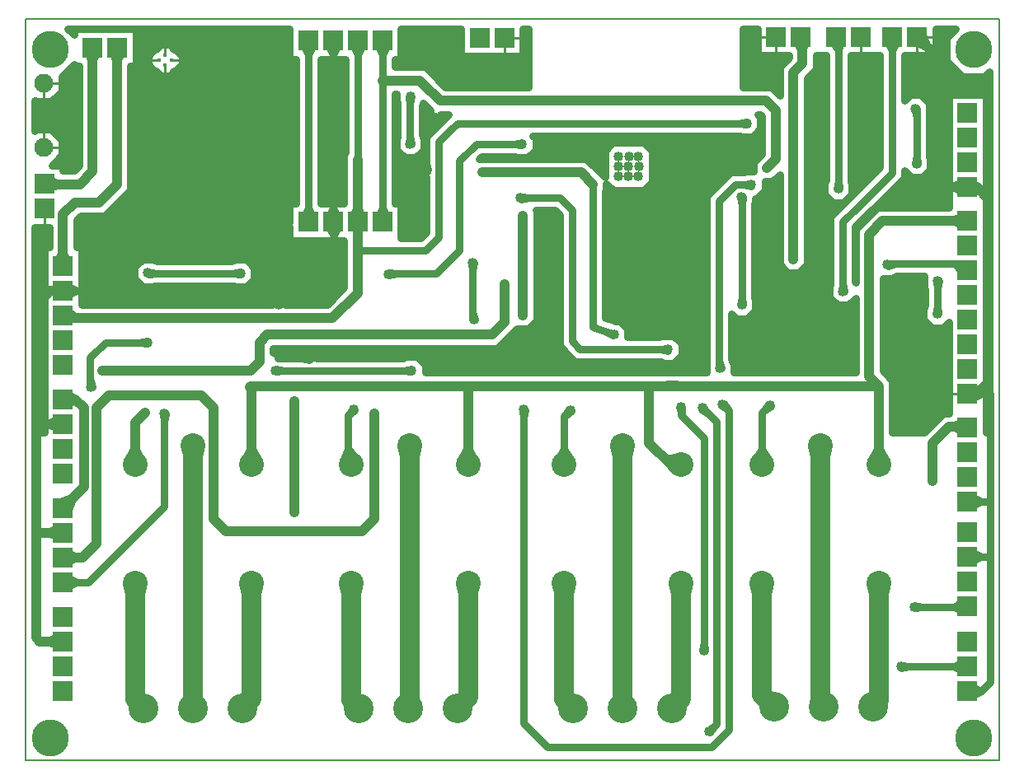
<source format=gbr>
G04 PROTEUS GERBER X2 FILE*
%TF.GenerationSoftware,Labcenter,Proteus,8.9-SP0-Build27865*%
%TF.CreationDate,2021-01-11T14:01:32+00:00*%
%TF.FileFunction,Copper,L2,Bot*%
%TF.FilePolarity,Positive*%
%TF.Part,Single*%
%TF.SameCoordinates,{9f0a7d81-3364-476e-981e-304885b4a122}*%
%FSLAX45Y45*%
%MOMM*%
G01*
%TA.AperFunction,Conductor*%
%ADD13C,1.016000*%
%ADD12C,2.032000*%
%ADD11C,0.762000*%
%ADD10C,0.635000*%
%TA.AperFunction,ViaPad*%
%ADD17C,1.016000*%
%TA.AperFunction,Conductor*%
%ADD16C,0.254000*%
%TA.AperFunction,OtherPad,Unknown*%
%ADD18C,3.810000*%
%TA.AperFunction,ComponentPad*%
%ADD19C,3.048000*%
%TA.AperFunction,ComponentPad*%
%ADD70R,2.032000X2.032000*%
%TA.AperFunction,ComponentPad*%
%ADD24C,2.540000*%
%TA.AperFunction,ComponentPad*%
%ADD73C,0.400000*%
%TA.AperFunction,ComponentPad*%
%ADD33C,1.950000*%
%TA.AperFunction,Profile*%
%ADD36C,0.203200*%
%TD.AperFunction*%
G36*
X+9710000Y+5884000D02*
X+9719596Y+5834115D01*
X+9833898Y+5856102D01*
X+9740051Y+5924958D01*
X+9710000Y+5884000D01*
G37*
G36*
X+9710000Y+5884000D02*
X+9689680Y+5930558D01*
X+9583000Y+5884000D01*
X+9689680Y+5837442D01*
X+9710000Y+5884000D01*
G37*
G36*
X+9710000Y+5536000D02*
X+9689680Y+5582558D01*
X+9583001Y+5536000D01*
X+9689680Y+5489442D01*
X+9710000Y+5536000D01*
G37*
G36*
X+9710000Y+5028000D02*
X+9714416Y+5091346D01*
X+9590284Y+5100000D01*
X+9656115Y+4994406D01*
X+9710000Y+5028000D01*
G37*
G36*
X+9710000Y+3758000D02*
X+9738863Y+3701440D01*
X+9849700Y+3758000D01*
X+9738863Y+3814560D01*
X+9710000Y+3758000D01*
G37*
G36*
X+9710000Y+3758000D02*
X+9743352Y+3719682D01*
X+9831149Y+3796101D01*
X+9715415Y+3808510D01*
X+9710000Y+3758000D01*
G37*
G36*
X+9710000Y+3416000D02*
X+9691674Y+3463379D01*
X+9583115Y+3421389D01*
X+9687723Y+3370346D01*
X+9710000Y+3416000D01*
G37*
G36*
X+9710000Y+2654000D02*
X+9738863Y+2597440D01*
X+9849700Y+2654000D01*
X+9738863Y+2710560D01*
X+9710000Y+2654000D01*
G37*
G36*
X+9190000Y+7430000D02*
X+9171447Y+7382710D01*
X+9279802Y+7340198D01*
X+9237290Y+7448553D01*
X+9190000Y+7430000D01*
G37*
G36*
X+9710000Y+956000D02*
X+9681136Y+1012560D01*
X+9570300Y+955998D01*
X+9681138Y+899439D01*
X+9710000Y+956000D01*
G37*
G36*
X+9710000Y+702000D02*
X+9740361Y+646230D01*
X+9849650Y+705726D01*
X+9737344Y+759310D01*
X+9710000Y+702000D01*
G37*
G36*
X+9710000Y+2088000D02*
X+9738863Y+2031440D01*
X+9849700Y+2088000D01*
X+9738863Y+2144560D01*
X+9710000Y+2088000D01*
G37*
G36*
X+9710000Y+1580000D02*
X+9677162Y+1634349D01*
X+9570659Y+1570000D01*
X+9685260Y+1521519D01*
X+9710000Y+1580000D01*
G37*
G36*
X+9160000Y+1570000D02*
X+9161814Y+1557431D01*
X+9248900Y+1570000D01*
X+9161814Y+1582569D01*
X+9160000Y+1570000D01*
G37*
G36*
X+9024591Y+955990D02*
X+9026405Y+943421D01*
X+9113490Y+955991D01*
X+9026405Y+968559D01*
X+9024591Y+955990D01*
G37*
G36*
X+9400000Y+4580000D02*
X+9412569Y+4581814D01*
X+9400000Y+4668900D01*
X+9387431Y+4581814D01*
X+9400000Y+4580000D01*
G37*
G36*
X+9401576Y+4924318D02*
X+9388977Y+4922727D01*
X+9400000Y+4835432D01*
X+9414111Y+4922282D01*
X+9401576Y+4924318D01*
G37*
G36*
X+9188866Y+6125501D02*
X+9201435Y+6127315D01*
X+9188866Y+6214401D01*
X+9176297Y+6127315D01*
X+9188866Y+6125501D01*
G37*
G36*
X+9176354Y+6694811D02*
X+9164165Y+6691246D01*
X+9188866Y+6606796D01*
X+9189053Y+6694784D01*
X+9176354Y+6694811D01*
G37*
G36*
X+726000Y+7320000D02*
X+679442Y+7299680D01*
X+726000Y+7193000D01*
X+772558Y+7299680D01*
X+726000Y+7320000D01*
G37*
G36*
X+420000Y+5078000D02*
X+466558Y+5098320D01*
X+420000Y+5205000D01*
X+373442Y+5098320D01*
X+420000Y+5078000D01*
G37*
G36*
X+420000Y+4824000D02*
X+448863Y+4767440D01*
X+559700Y+4824000D01*
X+448863Y+4880560D01*
X+420000Y+4824000D01*
G37*
G36*
X+420000Y+4570000D02*
X+428746Y+4519959D01*
X+543405Y+4540000D01*
X+450743Y+4610441D01*
X+420000Y+4570000D01*
G37*
G36*
X+420000Y+1214000D02*
X+399680Y+1260558D01*
X+293000Y+1213999D01*
X+399681Y+1167441D01*
X+420000Y+1214000D01*
G37*
G36*
X+420000Y+2588000D02*
X+467290Y+2569447D01*
X+509802Y+2677802D01*
X+401447Y+2635290D01*
X+420000Y+2588000D01*
G37*
G36*
X+420000Y+2334000D02*
X+399680Y+2380558D01*
X+293000Y+2334000D01*
X+399680Y+2287442D01*
X+420000Y+2334000D01*
G37*
G36*
X+420000Y+2080000D02*
X+440320Y+2033442D01*
X+547000Y+2080000D01*
X+440320Y+2126558D01*
X+420000Y+2080000D01*
G37*
G36*
X+420000Y+1826000D02*
X+448863Y+1769440D01*
X+559700Y+1826000D01*
X+448863Y+1882560D01*
X+420000Y+1826000D01*
G37*
G36*
X+420000Y+3704000D02*
X+439954Y+3657284D01*
X+546996Y+3703004D01*
X+440684Y+3750398D01*
X+420000Y+3704000D01*
G37*
G36*
X+420000Y+3450000D02*
X+399680Y+3496558D01*
X+293000Y+3450000D01*
X+399680Y+3403442D01*
X+420000Y+3450000D01*
G37*
G36*
X+230000Y+5920000D02*
X+248101Y+5872535D01*
X+356858Y+5914009D01*
X+252493Y+5965548D01*
X+230000Y+5920000D01*
G37*
G36*
X+710000Y+3830000D02*
X+722346Y+3832974D01*
X+701741Y+3918515D01*
X+697317Y+3830638D01*
X+710000Y+3830000D01*
G37*
G36*
X+980000Y+7320000D02*
X+932657Y+7301582D01*
X+974858Y+7193105D01*
X+1025698Y+7297812D01*
X+980000Y+7320000D01*
G37*
G36*
X+2360000Y+3030000D02*
X+2425991Y+3068100D01*
X+2360000Y+3182400D01*
X+2294009Y+3068100D01*
X+2360000Y+3030000D01*
G37*
G36*
X+1160000Y+3030000D02*
X+1225991Y+3068100D01*
X+1160000Y+3182400D01*
X+1094009Y+3068100D01*
X+1160000Y+3030000D01*
G37*
G36*
X+1760000Y+3230000D02*
X+1735407Y+3223650D01*
X+1760000Y+3128401D01*
X+1784593Y+3223651D01*
X+1760000Y+3230000D01*
G37*
G36*
X+2360000Y+1810000D02*
X+2335407Y+1803650D01*
X+2360000Y+1708400D01*
X+2384593Y+1803651D01*
X+2360000Y+1810000D01*
G37*
G36*
X+1160000Y+1810000D02*
X+1135407Y+1803650D01*
X+1160000Y+1708400D01*
X+1184593Y+1803651D01*
X+1160000Y+1810000D01*
G37*
G36*
X+4580000Y+3030000D02*
X+4645991Y+3068100D01*
X+4580000Y+3182400D01*
X+4514009Y+3068100D01*
X+4580000Y+3030000D01*
G37*
G36*
X+3380000Y+3030000D02*
X+3444966Y+3090684D01*
X+3350000Y+3192351D01*
X+3297638Y+3063460D01*
X+3380000Y+3030000D01*
G37*
G36*
X+3980000Y+3230000D02*
X+3955407Y+3223650D01*
X+3980000Y+3128400D01*
X+4004593Y+3223651D01*
X+3980000Y+3230000D01*
G37*
G36*
X+4580000Y+1810000D02*
X+4555407Y+1803650D01*
X+4580000Y+1708400D01*
X+4604593Y+1803651D01*
X+4580000Y+1810000D01*
G37*
G36*
X+3380000Y+1810000D02*
X+3355407Y+1803650D01*
X+3380000Y+1708400D01*
X+3404593Y+1803651D01*
X+3380000Y+1810000D01*
G37*
G36*
X+6770000Y+3030000D02*
X+6752324Y+3104121D01*
X+6623941Y+3073505D01*
X+6714648Y+2977632D01*
X+6770000Y+3030000D01*
G37*
G36*
X+5570000Y+3030000D02*
X+5644911Y+3077869D01*
X+5570000Y+3195100D01*
X+5495089Y+3077869D01*
X+5570000Y+3030000D01*
G37*
G36*
X+6170000Y+3230000D02*
X+6145407Y+3223650D01*
X+6170000Y+3128400D01*
X+6194593Y+3223651D01*
X+6170000Y+3230000D01*
G37*
G36*
X+6770000Y+1810000D02*
X+6745407Y+1803650D01*
X+6770000Y+1708400D01*
X+6794593Y+1803651D01*
X+6770000Y+1810000D01*
G37*
G36*
X+5570000Y+1810000D02*
X+5545407Y+1803650D01*
X+5570000Y+1708400D01*
X+5594593Y+1803651D01*
X+5570000Y+1810000D01*
G37*
G36*
X+8800000Y+3030000D02*
X+8865991Y+3068100D01*
X+8800000Y+3182400D01*
X+8734009Y+3068100D01*
X+8800000Y+3030000D01*
G37*
G36*
X+7600000Y+3030000D02*
X+7674911Y+3077869D01*
X+7600000Y+3195100D01*
X+7525089Y+3077869D01*
X+7600000Y+3030000D01*
G37*
G36*
X+8200000Y+3230000D02*
X+8175407Y+3223650D01*
X+8200000Y+3128400D01*
X+8224593Y+3223651D01*
X+8200000Y+3230000D01*
G37*
G36*
X+8800000Y+1810000D02*
X+8775407Y+1803650D01*
X+8800000Y+1708400D01*
X+8824593Y+1803651D01*
X+8800000Y+1810000D01*
G37*
G36*
X+7600000Y+1810000D02*
X+7575407Y+1803650D01*
X+7600000Y+1708401D01*
X+7624593Y+1803651D01*
X+7600000Y+1810000D01*
G37*
G36*
X+2940000Y+5530000D02*
X+2996560Y+5558863D01*
X+2940000Y+5669700D01*
X+2883440Y+5558863D01*
X+2940000Y+5530000D01*
G37*
G36*
X+3194000Y+5530000D02*
X+3139045Y+5498187D01*
X+3201386Y+5390496D01*
X+3252007Y+5504168D01*
X+3194000Y+5530000D01*
G37*
G36*
X+3194000Y+5530000D02*
X+3250560Y+5558863D01*
X+3194000Y+5669700D01*
X+3137440Y+5558863D01*
X+3194000Y+5530000D01*
G37*
G36*
X+3448000Y+5530000D02*
X+3494558Y+5550320D01*
X+3448000Y+5657000D01*
X+3401442Y+5550320D01*
X+3448000Y+5530000D01*
G37*
G36*
X+3702000Y+5530000D02*
X+3758560Y+5558863D01*
X+3702000Y+5669700D01*
X+3645440Y+5558863D01*
X+3702000Y+5530000D01*
G37*
G36*
X+8356000Y+7430000D02*
X+8305742Y+7391189D01*
X+8381796Y+7292703D01*
X+8416918Y+7412077D01*
X+8356000Y+7430000D01*
G37*
G36*
X+8936000Y+7430000D02*
X+8879440Y+7401137D01*
X+8936000Y+7290300D01*
X+8992560Y+7401137D01*
X+8936000Y+7430000D01*
G37*
G36*
X+2940000Y+7390000D02*
X+2883440Y+7361137D01*
X+2940000Y+7250300D01*
X+2996560Y+7361137D01*
X+2940000Y+7390000D01*
G37*
G36*
X+3194000Y+7390000D02*
X+3137440Y+7361137D01*
X+3194000Y+7250300D01*
X+3250560Y+7361137D01*
X+3194000Y+7390000D01*
G37*
G36*
X+3448000Y+7390000D02*
X+3391440Y+7361137D01*
X+3448000Y+7250300D01*
X+3504560Y+7361137D01*
X+3448000Y+7390000D01*
G37*
G36*
X+3702000Y+7390000D02*
X+3645440Y+7361137D01*
X+3702000Y+7250300D01*
X+3758560Y+7361137D01*
X+3702000Y+7390000D01*
G37*
G36*
X+8000000Y+7430000D02*
X+7956227Y+7404222D01*
X+8015292Y+7303925D01*
X+8048666Y+7415435D01*
X+8000000Y+7430000D01*
G37*
G36*
X+3410000Y+3600000D02*
X+3399501Y+3607144D01*
X+3350000Y+3534402D01*
X+3418050Y+3590178D01*
X+3410000Y+3600000D01*
G37*
G36*
X+5630000Y+3590000D02*
X+5619501Y+3597144D01*
X+5570000Y+3524402D01*
X+5638050Y+3580178D01*
X+5630000Y+3590000D01*
G37*
G36*
X+7679296Y+3645021D02*
X+7669125Y+3652626D01*
X+7616434Y+3582159D01*
X+7686901Y+3634850D01*
X+7679296Y+3645021D01*
G37*
G36*
X+3990000Y+6820000D02*
X+3977361Y+6818766D01*
X+3985911Y+6731195D01*
X+4002472Y+6817610D01*
X+3990000Y+6820000D01*
G37*
G36*
X+3985911Y+6327617D02*
X+3998480Y+6329431D01*
X+3985911Y+6416517D01*
X+3973342Y+6329431D01*
X+3985911Y+6327617D01*
G37*
G36*
X+8381796Y+5867433D02*
X+8394365Y+5869247D01*
X+8381796Y+5956333D01*
X+8369227Y+5869247D01*
X+8381796Y+5867433D01*
G37*
G36*
X+8431756Y+4811915D02*
X+8444325Y+4813729D01*
X+8431756Y+4900815D01*
X+8419187Y+4813729D01*
X+8431756Y+4811915D01*
G37*
G36*
X+7053197Y+287109D02*
X+7063368Y+279504D01*
X+7116059Y+349971D01*
X+7045592Y+297280D01*
X+7053197Y+287109D01*
G37*
G36*
X+6989593Y+3613334D02*
X+6981988Y+3603163D01*
X+7052454Y+3550473D01*
X+6999764Y+3620939D01*
X+6989593Y+3613334D01*
G37*
G36*
X+6080000Y+4370000D02*
X+6082601Y+4382430D01*
X+5996480Y+4400454D01*
X+6073990Y+4358813D01*
X+6080000Y+4370000D01*
G37*
G36*
X+7388135Y+5782228D02*
X+7375622Y+5780058D01*
X+7390660Y+5693364D01*
X+7400751Y+5780772D01*
X+7388135Y+5782228D01*
G37*
G36*
X+7390660Y+4673503D02*
X+7403229Y+4675317D01*
X+7390660Y+4762403D01*
X+7378091Y+4675317D01*
X+7390660Y+4673503D01*
G37*
G36*
X+4626667Y+5110741D02*
X+4614098Y+5108927D01*
X+4626667Y+5021841D01*
X+4639236Y+5108927D01*
X+4626667Y+5110741D01*
G37*
G36*
X+4640000Y+4520000D02*
X+4652155Y+4523678D01*
X+4626667Y+4607894D01*
X+4627301Y+4519909D01*
X+4640000Y+4520000D01*
G37*
G36*
X+4000500Y+4000500D02*
X+3998686Y+4013069D01*
X+3911601Y+4000500D01*
X+3998686Y+3987931D01*
X+4000500Y+4000500D01*
G37*
G36*
X+2603500Y+4000500D02*
X+2605314Y+3987931D01*
X+2692399Y+4000500D01*
X+2605314Y+4013069D01*
X+2603500Y+4000500D01*
G37*
G36*
X+1460500Y+3556000D02*
X+1447931Y+3554186D01*
X+1460500Y+3467100D01*
X+1473069Y+3554186D01*
X+1460500Y+3556000D01*
G37*
G36*
X+8885925Y+5090000D02*
X+8889141Y+5077715D01*
X+8974260Y+5100000D01*
X+8886313Y+5102694D01*
X+8885925Y+5090000D01*
G37*
G36*
X+4224748Y+6602565D02*
X+4209982Y+6614600D01*
X+4151020Y+6542260D01*
X+4233616Y+6585706D01*
X+4224748Y+6602565D01*
G37*
G36*
X+4160000Y+6060000D02*
X+4178222Y+6065552D01*
X+4151020Y+6154825D01*
X+4141059Y+6062033D01*
X+4160000Y+6060000D01*
G37*
G36*
X+5135961Y+6329372D02*
X+5134147Y+6341941D01*
X+5047061Y+6329372D01*
X+5134147Y+6316803D01*
X+5135961Y+6329372D01*
G37*
G36*
X+3764049Y+4992411D02*
X+3766415Y+4979934D01*
X+3852862Y+4996331D01*
X+3765307Y+5005048D01*
X+3764049Y+4992411D01*
G37*
G36*
X+1290000Y+4290000D02*
X+1288186Y+4302569D01*
X+1201100Y+4290000D01*
X+1288186Y+4277431D01*
X+1290000Y+4290000D01*
G37*
G36*
X+2954568Y+4122530D02*
X+2952754Y+4135099D01*
X+2865668Y+4122530D01*
X+2952754Y+4109961D01*
X+2954568Y+4122530D01*
G37*
G36*
X+2633149Y+4142129D02*
X+2632148Y+4129469D01*
X+2719861Y+4122530D01*
X+2637689Y+4153989D01*
X+2633149Y+4142129D01*
G37*
G36*
X+2637068Y+4679461D02*
X+2649637Y+4681275D01*
X+2637068Y+4768361D01*
X+2624499Y+4681275D01*
X+2637068Y+4679461D01*
G37*
G36*
X+5121363Y+5775053D02*
X+5123177Y+5762484D01*
X+5210263Y+5775053D01*
X+5123177Y+5787622D01*
X+5121363Y+5775053D01*
G37*
G36*
X+6636046Y+4217769D02*
X+6634548Y+4230380D01*
X+6547174Y+4220000D01*
X+6633917Y+4205249D01*
X+6636046Y+4217769D01*
G37*
G36*
X+6767350Y+3626333D02*
X+6754973Y+3623491D01*
X+6774668Y+3537735D01*
X+6780026Y+3625560D01*
X+6767350Y+3626333D01*
G37*
G36*
X+7003953Y+1120543D02*
X+7016586Y+1121839D01*
X+7007603Y+1209368D01*
X+6991469Y+1122871D01*
X+7003953Y+1120543D01*
G37*
G36*
X+7443994Y+6542489D02*
X+7442180Y+6555058D01*
X+7355094Y+6542489D01*
X+7442180Y+6529920D01*
X+7443994Y+6542489D01*
G37*
G36*
X+5151157Y+3597261D02*
X+5138588Y+3595447D01*
X+5151157Y+3508361D01*
X+5163726Y+3595447D01*
X+5151157Y+3597261D01*
G37*
G36*
X+7194733Y+3654649D02*
X+7187128Y+3644478D01*
X+7257595Y+3591787D01*
X+7204904Y+3662254D01*
X+7194733Y+3654649D01*
G37*
G36*
X+7170000Y+4020000D02*
X+7182285Y+4023216D01*
X+7160000Y+4108335D01*
X+7157306Y+4020388D01*
X+7170000Y+4020000D01*
G37*
G36*
X+7490000Y+5910000D02*
X+7488186Y+5922569D01*
X+7401100Y+5910000D01*
X+7488186Y+5897431D01*
X+7490000Y+5910000D01*
G37*
G36*
X+5200000Y+6912121D02*
X+4350844Y+6912121D01*
X+4143266Y+7119699D01*
X+3828999Y+7119699D01*
X+3828998Y+7199501D01*
X+3892499Y+7199501D01*
X+3892499Y+7512740D01*
X+4509501Y+7512740D01*
X+4509501Y+7229501D01*
X+5144499Y+7229501D01*
X+5144499Y+7512740D01*
X+5200000Y+7512740D01*
X+5200000Y+6912121D01*
G37*
G36*
X+7555501Y+7239501D02*
X+7875593Y+7239501D01*
X+7875593Y+7214804D01*
X+7781034Y+7120245D01*
X+7781034Y+6830467D01*
X+7699380Y+6912121D01*
X+7400000Y+6912121D01*
X+7400000Y+7512740D01*
X+7555501Y+7512740D01*
X+7555501Y+7239501D01*
G37*
G36*
X+535501Y+7129501D02*
X+586301Y+7129501D01*
X+586301Y+6102924D01*
X+537085Y+6053708D01*
X+420499Y+6053708D01*
X+420499Y+6110499D01*
X+306107Y+6110499D01*
X+408399Y+6212791D01*
X+408399Y+6367209D01*
X+299209Y+6476399D01*
X+144791Y+6476399D01*
X+134480Y+6466088D01*
X+134480Y+6773912D01*
X+144791Y+6763601D01*
X+299209Y+6763601D01*
X+408399Y+6872791D01*
X+408399Y+7023269D01*
X+535501Y+7150371D01*
X+535501Y+7129501D01*
G37*
G36*
X+2749501Y+7199501D02*
X+2813001Y+7199501D01*
X+2813001Y+5720499D01*
X+2749501Y+5720499D01*
X+2749501Y+5529297D01*
X+2736215Y+5497221D01*
X+2749501Y+5483935D01*
X+2749501Y+5339501D01*
X+3308301Y+5339501D01*
X+3308301Y+4855865D01*
X+3132135Y+4679699D01*
X+2706918Y+4679699D01*
X+2706918Y+4708394D01*
X+2666001Y+4749311D01*
X+2608135Y+4749311D01*
X+2567218Y+4708394D01*
X+2567218Y+4679699D01*
X+610499Y+4679699D01*
X+610499Y+5268499D01*
X+559699Y+5268499D01*
X+559699Y+5546560D01*
X+602215Y+5589076D01*
X+850952Y+5589076D01*
X+1114557Y+5852681D01*
X+1114557Y+7129501D01*
X+1170499Y+7129501D01*
X+1170499Y+7510499D01*
X+535501Y+7510499D01*
X+535501Y+7449629D01*
X+472390Y+7512740D01*
X+2749501Y+7512740D01*
X+2749501Y+7199501D01*
G37*
%LPC*%
G36*
X+1565107Y+7298899D02*
X+1578107Y+7298899D01*
X+1641899Y+7235107D01*
X+1641899Y+7144893D01*
X+1578107Y+7081101D01*
X+1565107Y+7081101D01*
X+1515107Y+7031101D01*
X+1424893Y+7031101D01*
X+1374893Y+7081101D01*
X+1361893Y+7081101D01*
X+1298101Y+7144893D01*
X+1298101Y+7235107D01*
X+1361893Y+7298899D01*
X+1374893Y+7298899D01*
X+1424893Y+7348899D01*
X+1515107Y+7348899D01*
X+1565107Y+7298899D01*
G37*
G36*
X+1361961Y+5133396D02*
X+1394373Y+5127248D01*
X+2148111Y+5127248D01*
X+2180189Y+5131878D01*
X+2188259Y+5139948D01*
X+2303989Y+5139948D01*
X+2385823Y+5058114D01*
X+2385823Y+4942384D01*
X+2303989Y+4860550D01*
X+2188259Y+4860550D01*
X+2180189Y+4868620D01*
X+2148111Y+4873250D01*
X+1388740Y+4873250D01*
X+1357121Y+4870102D01*
X+1351489Y+4864470D01*
X+1235759Y+4864470D01*
X+1153925Y+4946304D01*
X+1153925Y+5062034D01*
X+1235759Y+5143868D01*
X+1351489Y+5143868D01*
X+1361961Y+5133396D01*
G37*
%LPD*%
G36*
X+2246124Y+5000249D02*
X+2244310Y+5012818D01*
X+2157224Y+5000249D01*
X+2244310Y+4987680D01*
X+2246124Y+5000249D01*
G37*
G36*
X+1293624Y+5004169D02*
X+1294882Y+4991532D01*
X+1382437Y+5000249D01*
X+1295990Y+5016646D01*
X+1293624Y+5004169D01*
G37*
G36*
X+9490601Y+7415731D02*
X+9490601Y+7184269D01*
X+9654269Y+7020601D01*
X+9885731Y+7020601D01*
X+9936360Y+7071230D01*
X+9936360Y+3360000D01*
X+9900499Y+3360000D01*
X+9900499Y+6836499D01*
X+9519501Y+6836499D01*
X+9519501Y+5675699D01*
X+8780135Y+5675699D01*
X+8559801Y+5455365D01*
X+8559801Y+4902681D01*
X+8558755Y+4909928D01*
X+8558755Y+5476434D01*
X+9062998Y+5980677D01*
X+9062998Y+6053805D01*
X+9131001Y+5985802D01*
X+9246731Y+5985802D01*
X+9328565Y+6067636D01*
X+9328565Y+6183366D01*
X+9320495Y+6191436D01*
X+9315865Y+6223514D01*
X+9315865Y+6606998D01*
X+9315928Y+6636821D01*
X+9316053Y+6636946D01*
X+9316053Y+6752676D01*
X+9234219Y+6834510D01*
X+9118489Y+6834510D01*
X+9062999Y+6779020D01*
X+9062999Y+7239501D01*
X+9380499Y+7239501D01*
X+9380499Y+7512740D01*
X+9587610Y+7512740D01*
X+9490601Y+7415731D01*
G37*
G36*
X+9261877Y+4866453D02*
X+9268972Y+4859358D01*
X+9273001Y+4827449D01*
X+9273001Y+4678013D01*
X+9268371Y+4645935D01*
X+9260301Y+4637865D01*
X+9260301Y+4522135D01*
X+9342135Y+4440301D01*
X+9457865Y+4440301D01*
X+9519501Y+4501937D01*
X+9519501Y+3561088D01*
X+9464235Y+3561088D01*
X+9263147Y+3360000D01*
X+8939699Y+3360000D01*
X+8939699Y+3897865D01*
X+8839699Y+3997865D01*
X+8839699Y+4539365D01*
X+8839199Y+4539865D01*
X+8839199Y+4950301D01*
X+8943790Y+4950301D01*
X+8957936Y+4964447D01*
X+8990608Y+4973001D01*
X+9261877Y+4973001D01*
X+9261877Y+4866453D01*
G37*
G36*
X+280301Y+5268499D02*
X+229501Y+5268499D01*
X+229501Y+3360000D01*
X+134480Y+3360000D01*
X+134480Y+5475501D01*
X+280301Y+5475501D01*
X+280301Y+5268499D01*
G37*
G36*
X+7598054Y+6618319D02*
X+7598054Y+6228799D01*
X+7512127Y+6142872D01*
X+7512127Y+6049699D01*
X+7432135Y+6049699D01*
X+7424065Y+6041629D01*
X+7391987Y+6036999D01*
X+7274659Y+6036999D01*
X+7033001Y+5795341D01*
X+7033001Y+4110264D01*
X+7032063Y+4079627D01*
X+7030301Y+4077865D01*
X+7030301Y+3979699D01*
X+6787865Y+3979699D01*
X+6783958Y+3983606D01*
X+6577990Y+3983606D01*
X+6574083Y+3979699D01*
X+4140199Y+3979699D01*
X+4140199Y+4058365D01*
X+4058365Y+4140199D01*
X+3942635Y+4140199D01*
X+3934565Y+4132129D01*
X+3902488Y+4127499D01*
X+3024418Y+4127499D01*
X+3024418Y+4151463D01*
X+2983501Y+4192380D01*
X+2925635Y+4192380D01*
X+2884718Y+4151463D01*
X+2884718Y+4127499D01*
X+2702999Y+4127499D01*
X+2702999Y+4171062D01*
X+2662082Y+4211979D01*
X+2604216Y+4211979D01*
X+2579749Y+4187512D01*
X+2579749Y+4229901D01*
X+4883865Y+4229901D01*
X+5084950Y+4430986D01*
X+5085635Y+4430301D01*
X+5201365Y+4430301D01*
X+5283199Y+4512135D01*
X+5283199Y+5645865D01*
X+5281010Y+5648054D01*
X+5470133Y+5648054D01*
X+5519927Y+5598260D01*
X+5519927Y+4251176D01*
X+5678102Y+4093001D01*
X+6536456Y+4093001D01*
X+6568740Y+4087511D01*
X+6578181Y+4078070D01*
X+6693911Y+4078070D01*
X+6775745Y+4159904D01*
X+6775745Y+4275634D01*
X+6693911Y+4357468D01*
X+6578181Y+4357468D01*
X+6571494Y+4350781D01*
X+6539658Y+4346999D01*
X+6219699Y+4346999D01*
X+6219699Y+4427865D01*
X+6137865Y+4509699D01*
X+6094454Y+4509699D01*
X+6088617Y+4510920D01*
X+5987604Y+4542890D01*
X+5987604Y+5844378D01*
X+6000304Y+5857078D01*
X+6000304Y+5923852D01*
X+6070535Y+5853621D01*
X+6186265Y+5853621D01*
X+6188805Y+5856161D01*
X+6389465Y+5856161D01*
X+6471299Y+5937995D01*
X+6471299Y+6039595D01*
X+6473839Y+6042135D01*
X+6473839Y+6157865D01*
X+6471299Y+6160405D01*
X+6471299Y+6259465D01*
X+6389465Y+6341299D01*
X+6067995Y+6341299D01*
X+5986161Y+6259465D01*
X+5986161Y+6037055D01*
X+5988701Y+6034515D01*
X+5988701Y+5984411D01*
X+5798651Y+6174461D01*
X+4690608Y+6174461D01*
X+4718520Y+6202373D01*
X+5037948Y+6202373D01*
X+5070026Y+6197743D01*
X+5078096Y+6189673D01*
X+5193826Y+6189673D01*
X+5275660Y+6271507D01*
X+5275660Y+6387237D01*
X+5247407Y+6415490D01*
X+7345981Y+6415490D01*
X+7378059Y+6410860D01*
X+7386129Y+6402790D01*
X+7501859Y+6402790D01*
X+7583693Y+6484624D01*
X+7583693Y+6600354D01*
X+7551324Y+6632723D01*
X+7583650Y+6632723D01*
X+7598054Y+6618319D01*
G37*
G36*
X+8809002Y+6085885D02*
X+8304757Y+5581640D01*
X+8304757Y+4909928D01*
X+8300127Y+4877850D01*
X+8292057Y+4869780D01*
X+8292057Y+4754050D01*
X+8373891Y+4672216D01*
X+8489621Y+4672216D01*
X+8559801Y+4742396D01*
X+8559801Y+4424135D01*
X+8560301Y+4423635D01*
X+8560301Y+3979699D01*
X+7309699Y+3979699D01*
X+7309699Y+4077865D01*
X+7295553Y+4092011D01*
X+7286999Y+4124683D01*
X+7286999Y+4579600D01*
X+7332795Y+4533804D01*
X+7448525Y+4533804D01*
X+7530359Y+4615638D01*
X+7530359Y+4731368D01*
X+7522289Y+4739438D01*
X+7517659Y+4771517D01*
X+7517658Y+5686051D01*
X+7521330Y+5717859D01*
X+7527834Y+5724363D01*
X+7527834Y+5770301D01*
X+7547865Y+5770301D01*
X+7629699Y+5852135D01*
X+7629699Y+5945308D01*
X+7709691Y+5945308D01*
X+7781034Y+6016651D01*
X+7781034Y+5087795D01*
X+7862868Y+5005961D01*
X+7978598Y+5005961D01*
X+8060432Y+5087795D01*
X+8060432Y+7004515D01*
X+8154991Y+7099074D01*
X+8154991Y+7239501D01*
X+8254797Y+7239501D01*
X+8254797Y+5965446D01*
X+8250167Y+5933368D01*
X+8242097Y+5925298D01*
X+8242097Y+5809568D01*
X+8323931Y+5727734D01*
X+8439661Y+5727734D01*
X+8521495Y+5809568D01*
X+8521495Y+5925298D01*
X+8513425Y+5933368D01*
X+8508795Y+5965446D01*
X+8508795Y+7239501D01*
X+8809001Y+7239501D01*
X+8809002Y+6085885D01*
G37*
G36*
X+3321002Y+6780000D02*
X+3321001Y+6240565D01*
X+3308301Y+6227865D01*
X+3308301Y+5720499D01*
X+3066999Y+5720499D01*
X+3066999Y+7199501D01*
X+3321001Y+7199501D01*
X+3321002Y+6780000D01*
G37*
G36*
X+3850301Y+6762135D02*
X+3855828Y+6756608D01*
X+3858912Y+6725021D01*
X+3858912Y+6425630D01*
X+3854282Y+6393552D01*
X+3846212Y+6385482D01*
X+3846212Y+6269752D01*
X+3928046Y+6187918D01*
X+4043776Y+6187918D01*
X+4125610Y+6269752D01*
X+4125610Y+6385482D01*
X+4117540Y+6393552D01*
X+4112910Y+6425630D01*
X+4112910Y+6719137D01*
X+4118666Y+6749171D01*
X+4195618Y+6672218D01*
X+4154898Y+6631498D01*
X+4154898Y+6573632D01*
X+4195815Y+6532715D01*
X+4253681Y+6532715D01*
X+4294598Y+6573632D01*
X+4294598Y+6631498D01*
X+4293373Y+6632723D01*
X+4383121Y+6632723D01*
X+4153001Y+6402603D01*
X+4153001Y+6129850D01*
X+4131067Y+6129850D01*
X+4090150Y+6088933D01*
X+4090150Y+6031067D01*
X+4131067Y+5990150D01*
X+4153001Y+5990150D01*
X+4153001Y+5420045D01*
X+4092337Y+5359381D01*
X+3892499Y+5359381D01*
X+3892499Y+5720499D01*
X+3828999Y+5720499D01*
X+3828999Y+6840301D01*
X+3850301Y+6840301D01*
X+3850301Y+6762135D01*
G37*
D13*
X+1265783Y+3569295D02*
X+1160000Y+3463512D01*
X+1160000Y+3030000D01*
D12*
X+1760000Y+3230000D02*
X+1760000Y+2450000D01*
X+1760000Y+840000D02*
X+1760000Y+2450000D01*
X+1758000Y+530000D02*
X+1760000Y+532000D01*
X+1760000Y+840000D01*
X+1160000Y+1810000D02*
X+1160000Y+1390000D01*
X+1160000Y+850000D02*
X+1160000Y+1390000D01*
X+1250000Y+530000D02*
X+1160000Y+620000D01*
X+1160000Y+850000D01*
X+2266000Y+530000D02*
X+2360000Y+624000D01*
X+2360000Y+820000D01*
X+2360000Y+1810000D02*
X+2360000Y+1390000D01*
X+2360000Y+820000D01*
D11*
X+3410000Y+3600000D02*
X+3350000Y+3540000D01*
X+3350000Y+3030000D01*
X+3380000Y+3030000D01*
D12*
X+3980000Y+3230000D02*
X+3980000Y+2420000D01*
X+3980000Y+820000D02*
X+3980000Y+2420000D01*
X+3968000Y+530000D02*
X+3980000Y+542000D01*
X+3980000Y+820000D01*
X+3460000Y+530000D02*
X+3380000Y+610000D01*
X+3380000Y+820000D01*
X+3380000Y+1810000D02*
X+3380000Y+1410000D01*
X+3380000Y+820000D01*
X+4476000Y+530000D02*
X+4580000Y+634000D01*
X+4580000Y+810000D01*
X+4580000Y+1810000D02*
X+4580000Y+1390000D01*
X+4580000Y+810000D01*
D11*
X+5630000Y+3590000D02*
X+5570000Y+3530000D01*
X+5570000Y+3030000D01*
D12*
X+6168000Y+530000D02*
X+6170000Y+532000D01*
X+6170000Y+820000D01*
X+6170000Y+3230000D02*
X+6170000Y+2390000D01*
X+6170000Y+820000D01*
X+5570000Y+1810000D02*
X+5570000Y+1410000D01*
X+5570000Y+800000D02*
X+5570000Y+1410000D01*
X+5660000Y+530000D02*
X+5570000Y+620000D01*
X+5570000Y+800000D01*
X+6676000Y+530000D02*
X+6770000Y+624000D01*
X+6770000Y+810000D01*
X+6770000Y+1810000D02*
X+6770000Y+1410000D01*
X+6770000Y+810000D01*
D11*
X+7679296Y+3645021D02*
X+7600000Y+3565725D01*
X+7600000Y+3030000D01*
D12*
X+8232000Y+540000D02*
X+8200000Y+572000D01*
X+8200000Y+830000D01*
X+8200000Y+3230000D02*
X+8200000Y+2410000D01*
X+8200000Y+830000D01*
X+7600000Y+1810000D02*
X+7600000Y+1420000D01*
X+7600000Y+820000D02*
X+7600000Y+1420000D01*
X+7724000Y+540000D02*
X+7600000Y+664000D01*
X+7600000Y+820000D01*
X+8800000Y+1810000D02*
X+8800000Y+820000D01*
X+8740000Y+540000D02*
X+8800000Y+600000D01*
X+8800000Y+820000D01*
D13*
X+7920733Y+5145660D02*
X+7920733Y+7062380D01*
X+8015292Y+7156939D01*
X+8015292Y+7414708D01*
X+8000000Y+7430000D01*
D11*
X+3985911Y+6327617D02*
X+3985911Y+6815911D01*
X+3990000Y+6820000D01*
D13*
X+9710000Y+3416000D02*
X+9704611Y+3421389D01*
X+9522100Y+3421389D01*
X+9350440Y+3249729D01*
X+9350440Y+2865674D01*
X+420000Y+2588000D02*
X+635000Y+2803000D01*
X+635000Y+3615000D01*
X+546000Y+3704000D01*
X+420000Y+3704000D01*
X+980000Y+7320000D02*
X+974858Y+7314858D01*
X+974858Y+5910546D01*
X+793087Y+5728775D01*
X+544350Y+5728775D01*
X+420000Y+5604425D01*
X+420000Y+5078000D01*
X+6441627Y+3840000D02*
X+6730000Y+3840000D01*
X+8800000Y+3840000D02*
X+6730000Y+3840000D01*
X+6635855Y+3843907D02*
X+6726093Y+3843907D01*
X+6730000Y+3840000D01*
X+4596908Y+3840000D02*
X+4594114Y+3837206D01*
X+4581073Y+3837206D01*
X+4476559Y+3837206D02*
X+4581073Y+3837206D01*
X+4581073Y+3754862D01*
X+4580000Y+3753789D01*
X+4580000Y+3030000D01*
X+4596908Y+3840000D02*
X+2348256Y+3840000D01*
X+6441627Y+3840000D02*
X+4596908Y+3840000D01*
X+2340939Y+3832683D02*
X+2348256Y+3840000D01*
X+2360000Y+3828256D01*
X+2360000Y+3030000D01*
X+6441627Y+3840000D02*
X+6441627Y+3255819D01*
X+6667446Y+3030000D01*
X+6770000Y+3030000D01*
D11*
X+2940000Y+5530000D02*
X+2925500Y+5505500D01*
X+2940000Y+7390000D02*
X+2940000Y+5530000D01*
X+2940000Y+5520000D01*
X+2925500Y+5505500D01*
D13*
X+8789671Y+3850329D02*
X+8700000Y+3940000D01*
X+8700000Y+4481500D01*
X+8699500Y+4482000D01*
X+8699500Y+5397500D01*
X+8838000Y+5536000D01*
X+9710000Y+5536000D01*
X+8789671Y+3850329D02*
X+8794898Y+3845102D01*
X+8800000Y+3840000D02*
X+8794898Y+3845102D01*
X+2925500Y+5505500D02*
X+2906465Y+5524535D01*
X+2940000Y+5530000D02*
X+2901000Y+5530000D01*
X+2906465Y+5524535D01*
X+8800000Y+3840000D02*
X+8800000Y+3030000D01*
D11*
X+8381796Y+5867433D02*
X+8381796Y+7404204D01*
X+8356000Y+7430000D01*
X+8431756Y+4811915D02*
X+8431756Y+5529037D01*
X+8584434Y+5681715D01*
X+8936000Y+6033281D01*
X+8936000Y+7430000D01*
D13*
X+5143500Y+4570000D02*
X+5143500Y+5588000D01*
X+3619500Y+3556000D02*
X+3619500Y+2476500D01*
X+3492500Y+2349500D01*
X+2095500Y+2349500D01*
X+1968500Y+2476500D01*
X+1968500Y+3619500D01*
X+1841500Y+3746500D01*
X+889000Y+3746500D01*
X+762000Y+3619500D01*
X+762000Y+2222500D01*
X+619500Y+2080000D01*
X+420000Y+2080000D01*
X+9710000Y+5884000D02*
X+9525000Y+5884000D01*
X+9398000Y+6011000D01*
X+9398000Y+7222000D01*
X+9190000Y+7430000D01*
X+390000Y+4824000D02*
X+290000Y+4824000D01*
X+145124Y+4679124D01*
X+145124Y+3446234D01*
D11*
X+420000Y+4824000D02*
X+390000Y+4824000D01*
X+3194000Y+5530000D02*
X+3194000Y+7390000D01*
D13*
X+420000Y+3450000D02*
X+148890Y+3450000D01*
X+145124Y+3446234D01*
X+145124Y+2330000D01*
D11*
X+9939598Y+2090000D02*
X+9937598Y+2088000D01*
X+9710000Y+2088000D01*
X+9939598Y+2090000D02*
X+9939598Y+795674D01*
X+9849548Y+705624D01*
X+9713624Y+705624D01*
X+9710000Y+702000D01*
X+9939598Y+2650000D02*
X+9935598Y+2654000D01*
X+9710000Y+2654000D01*
X+9939598Y+2090000D02*
X+9939598Y+2650000D01*
X+9710000Y+3758000D02*
X+9937598Y+3758000D01*
X+9939598Y+3760000D01*
X+9939598Y+2650000D02*
X+9939598Y+3760000D01*
D13*
X+145124Y+2330000D02*
X+149124Y+2334000D01*
X+420000Y+2334000D01*
X+9710000Y+5884000D02*
X+9806000Y+5884000D01*
X+9930000Y+5760000D01*
X+9930000Y+3880453D01*
X+9845648Y+3796101D01*
X+9748101Y+3796101D01*
X+9710000Y+3758000D01*
D11*
X+9160000Y+1570000D02*
X+9700000Y+1570000D01*
X+9710000Y+1580000D01*
X+6989593Y+3613334D02*
X+7130000Y+3472927D01*
X+7130000Y+363912D01*
X+7053197Y+287109D01*
X+6080000Y+4370000D02*
X+5860605Y+4450000D01*
X+5860605Y+5914943D01*
D13*
X+4727503Y+6034762D02*
X+5740786Y+6034762D01*
X+5860605Y+5914943D01*
X+825500Y+4000500D02*
X+2352716Y+4000500D01*
X+2440050Y+4087834D01*
X+2440050Y+4290050D01*
X+2519600Y+4369600D01*
X+4826000Y+4369600D01*
X+4953000Y+4496600D01*
X+4953000Y+4889500D01*
D11*
X+7390660Y+4673503D02*
X+7390660Y+5779703D01*
X+7388135Y+5782228D01*
X+4640000Y+4520000D02*
X+4626667Y+4533333D01*
X+4626667Y+5110741D01*
X+2603500Y+4000500D02*
X+4000500Y+4000500D01*
X+1460500Y+3556000D02*
X+1460500Y+2603500D01*
X+683000Y+1826000D01*
X+420000Y+1826000D01*
D13*
X+7651826Y+6085007D02*
X+7737753Y+6170934D01*
X+7737753Y+6274046D01*
X+7737753Y+6676184D01*
X+7641515Y+6772422D01*
X+4292979Y+6772422D01*
X+4119476Y+6945925D01*
X+4085401Y+6980000D01*
X+3702000Y+6980000D01*
D11*
X+3702000Y+5530000D02*
X+3703093Y+5506244D01*
X+3702000Y+5507337D01*
X+3702000Y+6980000D01*
X+3702000Y+7390000D01*
X+8885925Y+5090000D02*
X+8946259Y+5100000D01*
X+9681667Y+5100000D01*
X+9732592Y+5049075D01*
X+9710000Y+5028000D01*
X+5135961Y+6329372D02*
X+4665917Y+6329372D01*
X+4493123Y+6156578D01*
X+4493123Y+6144817D01*
X+4493123Y+5235436D01*
X+4254018Y+4996331D01*
X+3767969Y+4996331D01*
X+3764049Y+4992411D01*
X+2246124Y+5000249D02*
X+1297544Y+5000249D01*
X+1293624Y+5004169D01*
X+1290000Y+4290000D02*
X+857756Y+4290000D01*
X+717420Y+4149664D01*
X+701741Y+4133985D01*
X+701741Y+3838259D01*
X+710000Y+3830000D01*
X+2954568Y+4122530D02*
X+2652748Y+4122530D01*
X+2633149Y+4142129D01*
X+2637068Y+4679461D02*
X+2637068Y+4821068D01*
X+2640000Y+4824000D01*
X+3194000Y+5530000D02*
X+3201386Y+5522614D01*
X+3201386Y+4936245D01*
X+3089141Y+4824000D01*
X+2640000Y+4824000D01*
X+420000Y+4824000D01*
D13*
X+2794000Y+3683000D02*
X+2794000Y+2540000D01*
X+145124Y+2330000D02*
X+145124Y+1253518D01*
X+184645Y+1213997D01*
X+420000Y+1214000D01*
D11*
X+5121363Y+5775053D02*
X+5522736Y+5775053D01*
X+5646925Y+5650864D01*
X+5646925Y+4303780D01*
X+5730705Y+4220000D01*
X+6633815Y+4220000D01*
X+6636046Y+4217769D01*
X+6767350Y+3626333D02*
X+6767350Y+3545053D01*
X+7007603Y+3304800D01*
X+7007603Y+1124193D01*
X+7003953Y+1120543D01*
X+9024591Y+955990D02*
X+9710000Y+956000D01*
X+9400000Y+4580000D02*
X+9400000Y+4922742D01*
X+9401576Y+4924318D01*
X+9188866Y+6125501D02*
X+9188866Y+6682299D01*
X+9176354Y+6694811D01*
D13*
X+3448000Y+5487406D02*
X+3448000Y+5530000D01*
X+3448000Y+6170000D01*
D11*
X+3448000Y+7390000D02*
X+3448000Y+6170000D01*
D10*
X+4224748Y+6602565D02*
X+4151020Y+6602565D01*
X+4151020Y+6068980D01*
X+4160000Y+6060000D01*
D11*
X+7443994Y+6542489D02*
X+4472489Y+6542489D01*
X+4410000Y+6480000D01*
X+4280000Y+6350000D01*
X+4280000Y+5367442D01*
X+4144940Y+5232382D01*
X+3448000Y+5232382D01*
D13*
X+3448000Y+5260000D02*
X+3448000Y+5232382D01*
X+3448000Y+4798000D01*
X+3190000Y+4540000D01*
X+450000Y+4540000D01*
X+420000Y+4570000D01*
X+3448000Y+5487406D02*
X+3448000Y+5260000D01*
D11*
X+5151157Y+3597261D02*
X+5151157Y+374055D01*
X+5400070Y+125142D01*
X+7081701Y+125142D01*
X+7260000Y+303441D01*
X+7260000Y+3589382D01*
X+7194733Y+3654649D01*
X+7170000Y+4020000D02*
X+7160000Y+4020000D01*
X+7160000Y+5742738D01*
X+7327263Y+5910001D01*
X+7490000Y+5910000D01*
D13*
X+726000Y+7320000D02*
X+726000Y+6045059D01*
X+594950Y+5914009D01*
X+235991Y+5914009D01*
X+230000Y+5920000D01*
X+9710000Y+5884000D02*
X+9719596Y+5834115D01*
X+9833898Y+5856102D01*
X+9740051Y+5924958D01*
X+9710000Y+5884000D01*
X+9689680Y+5930558D01*
X+9583000Y+5884000D01*
X+9689680Y+5837442D01*
X+9710000Y+5884000D01*
X+9710000Y+5536000D02*
X+9689680Y+5582558D01*
X+9583001Y+5536000D01*
X+9689680Y+5489442D01*
X+9710000Y+5536000D01*
D11*
X+9710000Y+5028000D02*
X+9714416Y+5091346D01*
X+9590284Y+5100000D01*
X+9656115Y+4994406D01*
X+9710000Y+5028000D01*
X+9710000Y+3758000D02*
X+9738863Y+3701440D01*
X+9849700Y+3758000D01*
X+9738863Y+3814560D01*
X+9710000Y+3758000D01*
D13*
X+9743352Y+3719682D01*
X+9831149Y+3796101D01*
X+9715415Y+3808510D01*
X+9710000Y+3758000D01*
X+9710000Y+3416000D02*
X+9691674Y+3463379D01*
X+9583115Y+3421389D01*
X+9687723Y+3370346D01*
X+9710000Y+3416000D01*
D11*
X+9710000Y+2654000D02*
X+9738863Y+2597440D01*
X+9849700Y+2654000D01*
X+9738863Y+2710560D01*
X+9710000Y+2654000D01*
D13*
X+9190000Y+7430000D02*
X+9171447Y+7382710D01*
X+9279802Y+7340198D01*
X+9237290Y+7448553D01*
X+9190000Y+7430000D01*
D11*
X+9710000Y+956000D02*
X+9681136Y+1012560D01*
X+9570300Y+955998D01*
X+9681138Y+899439D01*
X+9710000Y+956000D01*
X+9710000Y+702000D02*
X+9740361Y+646230D01*
X+9849650Y+705726D01*
X+9737344Y+759310D01*
X+9710000Y+702000D01*
X+9710000Y+2088000D02*
X+9738863Y+2031440D01*
X+9849700Y+2088000D01*
X+9738863Y+2144560D01*
X+9710000Y+2088000D01*
X+9710000Y+1580000D02*
X+9677162Y+1634349D01*
X+9570659Y+1570000D01*
X+9685260Y+1521519D01*
X+9710000Y+1580000D01*
D13*
X+9350440Y+2865674D02*
X+9350440Y+2865674D01*
X+9350440Y+2865674D01*
D11*
X+9160000Y+1570000D02*
X+9161814Y+1557431D01*
X+9248900Y+1570000D01*
X+9161814Y+1582569D01*
X+9160000Y+1570000D01*
X+9024591Y+955990D02*
X+9026405Y+943421D01*
X+9113490Y+955991D01*
X+9026405Y+968559D01*
X+9024591Y+955990D01*
X+9400000Y+4580000D02*
X+9412569Y+4581814D01*
X+9400000Y+4668900D01*
X+9387431Y+4581814D01*
X+9400000Y+4580000D01*
X+9401576Y+4924318D02*
X+9388977Y+4922727D01*
X+9400000Y+4835432D01*
X+9414111Y+4922282D01*
X+9401576Y+4924318D01*
X+9188866Y+6125501D02*
X+9201435Y+6127315D01*
X+9188866Y+6214401D01*
X+9176297Y+6127315D01*
X+9188866Y+6125501D01*
X+9176354Y+6694811D02*
X+9164165Y+6691246D01*
X+9188866Y+6606796D01*
X+9189053Y+6694784D01*
X+9176354Y+6694811D01*
D13*
X+726000Y+7320000D02*
X+679442Y+7299680D01*
X+726000Y+7193000D01*
X+772558Y+7299680D01*
X+726000Y+7320000D01*
X+420000Y+5078000D02*
X+466558Y+5098320D01*
X+420000Y+5205000D01*
X+373442Y+5098320D01*
X+420000Y+5078000D01*
D11*
X+420000Y+4824000D02*
X+448863Y+4767440D01*
X+559700Y+4824000D01*
X+448863Y+4880560D01*
X+420000Y+4824000D01*
D13*
X+420000Y+4570000D02*
X+428746Y+4519959D01*
X+543405Y+4540000D01*
X+450743Y+4610441D01*
X+420000Y+4570000D01*
X+420000Y+1214000D02*
X+399680Y+1260558D01*
X+293000Y+1213999D01*
X+399681Y+1167441D01*
X+420000Y+1214000D01*
X+420000Y+2588000D02*
X+467290Y+2569447D01*
X+509802Y+2677802D01*
X+401447Y+2635290D01*
X+420000Y+2588000D01*
X+420000Y+2334000D02*
X+399680Y+2380558D01*
X+293000Y+2334000D01*
X+399680Y+2287442D01*
X+420000Y+2334000D01*
X+420000Y+2080000D02*
X+440320Y+2033442D01*
X+547000Y+2080000D01*
X+440320Y+2126558D01*
X+420000Y+2080000D01*
D11*
X+420000Y+1826000D02*
X+448863Y+1769440D01*
X+559700Y+1826000D01*
X+448863Y+1882560D01*
X+420000Y+1826000D01*
D13*
X+420000Y+3704000D02*
X+439954Y+3657284D01*
X+546996Y+3703004D01*
X+440684Y+3750398D01*
X+420000Y+3704000D01*
X+420000Y+3450000D02*
X+399680Y+3496558D01*
X+293000Y+3450000D01*
X+399680Y+3403442D01*
X+420000Y+3450000D01*
X+230000Y+5920000D02*
X+248101Y+5872535D01*
X+356858Y+5914009D01*
X+252493Y+5965548D01*
X+230000Y+5920000D01*
X+825500Y+4000500D02*
X+825500Y+4000500D01*
X+825500Y+4000500D01*
D11*
X+710000Y+3830000D02*
X+722346Y+3832974D01*
X+701741Y+3918515D01*
X+697317Y+3830638D01*
X+710000Y+3830000D01*
D13*
X+980000Y+7320000D02*
X+932657Y+7301582D01*
X+974858Y+7193105D01*
X+1025698Y+7297812D01*
X+980000Y+7320000D01*
X+2360000Y+3030000D02*
X+2425991Y+3068100D01*
X+2360000Y+3182400D01*
X+2294009Y+3068100D01*
X+2360000Y+3030000D01*
X+1160000Y+3030000D02*
X+1225991Y+3068100D01*
X+1160000Y+3182400D01*
X+1094009Y+3068100D01*
X+1160000Y+3030000D01*
D12*
X+1760000Y+3230000D02*
X+1735407Y+3223650D01*
X+1760000Y+3128401D01*
X+1784593Y+3223651D01*
X+1760000Y+3230000D01*
X+2360000Y+1810000D02*
X+2335407Y+1803650D01*
X+2360000Y+1708400D01*
X+2384593Y+1803651D01*
X+2360000Y+1810000D01*
X+1160000Y+1810000D02*
X+1135407Y+1803650D01*
X+1160000Y+1708400D01*
X+1184593Y+1803651D01*
X+1160000Y+1810000D01*
D13*
X+4580000Y+3030000D02*
X+4645991Y+3068100D01*
X+4580000Y+3182400D01*
X+4514009Y+3068100D01*
X+4580000Y+3030000D01*
D11*
X+3380000Y+3030000D02*
X+3444966Y+3090684D01*
X+3350000Y+3192351D01*
X+3297638Y+3063460D01*
X+3380000Y+3030000D01*
D12*
X+3980000Y+3230000D02*
X+3955407Y+3223650D01*
X+3980000Y+3128400D01*
X+4004593Y+3223651D01*
X+3980000Y+3230000D01*
X+4580000Y+1810000D02*
X+4555407Y+1803650D01*
X+4580000Y+1708400D01*
X+4604593Y+1803651D01*
X+4580000Y+1810000D01*
X+3380000Y+1810000D02*
X+3355407Y+1803650D01*
X+3380000Y+1708400D01*
X+3404593Y+1803651D01*
X+3380000Y+1810000D01*
D13*
X+6770000Y+3030000D02*
X+6752324Y+3104121D01*
X+6623941Y+3073505D01*
X+6714648Y+2977632D01*
X+6770000Y+3030000D01*
D11*
X+5570000Y+3030000D02*
X+5644911Y+3077869D01*
X+5570000Y+3195100D01*
X+5495089Y+3077869D01*
X+5570000Y+3030000D01*
D12*
X+6170000Y+3230000D02*
X+6145407Y+3223650D01*
X+6170000Y+3128400D01*
X+6194593Y+3223651D01*
X+6170000Y+3230000D01*
X+6770000Y+1810000D02*
X+6745407Y+1803650D01*
X+6770000Y+1708400D01*
X+6794593Y+1803651D01*
X+6770000Y+1810000D01*
X+5570000Y+1810000D02*
X+5545407Y+1803650D01*
X+5570000Y+1708400D01*
X+5594593Y+1803651D01*
X+5570000Y+1810000D01*
D13*
X+8800000Y+3030000D02*
X+8865991Y+3068100D01*
X+8800000Y+3182400D01*
X+8734009Y+3068100D01*
X+8800000Y+3030000D01*
D11*
X+7600000Y+3030000D02*
X+7674911Y+3077869D01*
X+7600000Y+3195100D01*
X+7525089Y+3077869D01*
X+7600000Y+3030000D01*
D12*
X+8200000Y+3230000D02*
X+8175407Y+3223650D01*
X+8200000Y+3128400D01*
X+8224593Y+3223651D01*
X+8200000Y+3230000D01*
X+8800000Y+1810000D02*
X+8775407Y+1803650D01*
X+8800000Y+1708400D01*
X+8824593Y+1803651D01*
X+8800000Y+1810000D01*
X+7600000Y+1810000D02*
X+7575407Y+1803650D01*
X+7600000Y+1708401D01*
X+7624593Y+1803651D01*
X+7600000Y+1810000D01*
D11*
X+2940000Y+5530000D02*
X+2996560Y+5558863D01*
X+2940000Y+5669700D01*
X+2883440Y+5558863D01*
X+2940000Y+5530000D01*
X+3194000Y+5530000D02*
X+3139045Y+5498187D01*
X+3201386Y+5390496D01*
X+3252007Y+5504168D01*
X+3194000Y+5530000D01*
X+3250560Y+5558863D01*
X+3194000Y+5669700D01*
X+3137440Y+5558863D01*
X+3194000Y+5530000D01*
D13*
X+3448000Y+5530000D02*
X+3494558Y+5550320D01*
X+3448000Y+5657000D01*
X+3401442Y+5550320D01*
X+3448000Y+5530000D01*
D11*
X+3702000Y+5530000D02*
X+3758560Y+5558863D01*
X+3702000Y+5669700D01*
X+3645440Y+5558863D01*
X+3702000Y+5530000D01*
X+8356000Y+7430000D02*
X+8305742Y+7391189D01*
X+8381796Y+7292703D01*
X+8416918Y+7412077D01*
X+8356000Y+7430000D01*
X+8936000Y+7430000D02*
X+8879440Y+7401137D01*
X+8936000Y+7290300D01*
X+8992560Y+7401137D01*
X+8936000Y+7430000D01*
X+2940000Y+7390000D02*
X+2883440Y+7361137D01*
X+2940000Y+7250300D01*
X+2996560Y+7361137D01*
X+2940000Y+7390000D01*
X+3194000Y+7390000D02*
X+3137440Y+7361137D01*
X+3194000Y+7250300D01*
X+3250560Y+7361137D01*
X+3194000Y+7390000D01*
X+3448000Y+7390000D02*
X+3391440Y+7361137D01*
X+3448000Y+7250300D01*
X+3504560Y+7361137D01*
X+3448000Y+7390000D01*
X+3702000Y+7390000D02*
X+3645440Y+7361137D01*
X+3702000Y+7250300D01*
X+3758560Y+7361137D01*
X+3702000Y+7390000D01*
D13*
X+8000000Y+7430000D02*
X+7956227Y+7404222D01*
X+8015292Y+7303925D01*
X+8048666Y+7415435D01*
X+8000000Y+7430000D01*
X+1265783Y+3569295D02*
X+1265783Y+3569295D01*
X+1265783Y+3569295D01*
D11*
X+3410000Y+3600000D02*
X+3399501Y+3607144D01*
X+3350000Y+3534402D01*
X+3418050Y+3590178D01*
X+3410000Y+3600000D01*
X+5630000Y+3590000D02*
X+5619501Y+3597144D01*
X+5570000Y+3524402D01*
X+5638050Y+3580178D01*
X+5630000Y+3590000D01*
X+7679296Y+3645021D02*
X+7669125Y+3652626D01*
X+7616434Y+3582159D01*
X+7686901Y+3634850D01*
X+7679296Y+3645021D01*
D13*
X+7920733Y+5145660D02*
X+7920733Y+5145660D01*
X+7920733Y+5145660D01*
D11*
X+3990000Y+6820000D02*
X+3977361Y+6818766D01*
X+3985911Y+6731195D01*
X+4002472Y+6817610D01*
X+3990000Y+6820000D01*
X+3985911Y+6327617D02*
X+3998480Y+6329431D01*
X+3985911Y+6416517D01*
X+3973342Y+6329431D01*
X+3985911Y+6327617D01*
D13*
X+6635855Y+3843907D02*
X+6635855Y+3843907D01*
X+6635855Y+3843907D01*
X+4476559Y+3837206D02*
X+4476559Y+3837206D01*
X+4476559Y+3837206D01*
X+8800000Y+3840000D02*
X+8800000Y+3840000D01*
X+8800000Y+3840000D01*
X+8800000Y+3840000D01*
X+8800000Y+3840000D01*
D11*
X+8381796Y+5867433D02*
X+8394365Y+5869247D01*
X+8381796Y+5956333D01*
X+8369227Y+5869247D01*
X+8381796Y+5867433D01*
X+8431756Y+4811915D02*
X+8444325Y+4813729D01*
X+8431756Y+4900815D01*
X+8419187Y+4813729D01*
X+8431756Y+4811915D01*
D13*
X+5143500Y+5588000D02*
X+5143500Y+5588000D01*
X+5143500Y+5588000D01*
X+5143500Y+4570000D02*
X+5143500Y+4570000D01*
X+5143500Y+4570000D01*
X+3619500Y+3556000D02*
X+3619500Y+3556000D01*
X+3619500Y+3556000D01*
D11*
X+7053197Y+287109D02*
X+7063368Y+279504D01*
X+7116059Y+349971D01*
X+7045592Y+297280D01*
X+7053197Y+287109D01*
X+6989593Y+3613334D02*
X+6981988Y+3603163D01*
X+7052454Y+3550473D01*
X+6999764Y+3620939D01*
X+6989593Y+3613334D01*
X+6080000Y+4370000D02*
X+6082601Y+4382430D01*
X+5996480Y+4400454D01*
X+6073990Y+4358813D01*
X+6080000Y+4370000D01*
D13*
X+4727503Y+6034762D02*
X+4727503Y+6034762D01*
X+4727503Y+6034762D01*
X+4953000Y+4889500D02*
X+4953000Y+4889500D01*
X+4953000Y+4889500D01*
D11*
X+7388135Y+5782228D02*
X+7375622Y+5780058D01*
X+7390660Y+5693364D01*
X+7400751Y+5780772D01*
X+7388135Y+5782228D01*
X+7390660Y+4673503D02*
X+7403229Y+4675317D01*
X+7390660Y+4762403D01*
X+7378091Y+4675317D01*
X+7390660Y+4673503D01*
X+4626667Y+5110741D02*
X+4614098Y+5108927D01*
X+4626667Y+5021841D01*
X+4639236Y+5108927D01*
X+4626667Y+5110741D01*
X+4640000Y+4520000D02*
X+4652155Y+4523678D01*
X+4626667Y+4607894D01*
X+4627301Y+4519909D01*
X+4640000Y+4520000D01*
X+4000500Y+4000500D02*
X+3998686Y+4013069D01*
X+3911601Y+4000500D01*
X+3998686Y+3987931D01*
X+4000500Y+4000500D01*
X+2603500Y+4000500D02*
X+2605314Y+3987931D01*
X+2692399Y+4000500D01*
X+2605314Y+4013069D01*
X+2603500Y+4000500D01*
X+1460500Y+3556000D02*
X+1447931Y+3554186D01*
X+1460500Y+3467100D01*
X+1473069Y+3554186D01*
X+1460500Y+3556000D01*
D13*
X+7651826Y+6085007D02*
X+7651826Y+6085007D01*
X+7651826Y+6085007D01*
D11*
X+8885925Y+5090000D02*
X+8889141Y+5077715D01*
X+8974260Y+5100000D01*
X+8886313Y+5102694D01*
X+8885925Y+5090000D01*
D10*
X+4224748Y+6602565D02*
X+4209982Y+6614600D01*
X+4151020Y+6542260D01*
X+4233616Y+6585706D01*
X+4224748Y+6602565D01*
X+4160000Y+6060000D02*
X+4178222Y+6065552D01*
X+4151020Y+6154825D01*
X+4141059Y+6062033D01*
X+4160000Y+6060000D01*
D11*
X+5135961Y+6329372D02*
X+5134147Y+6341941D01*
X+5047061Y+6329372D01*
X+5134147Y+6316803D01*
X+5135961Y+6329372D01*
X+3764049Y+4992411D02*
X+3766415Y+4979934D01*
X+3852862Y+4996331D01*
X+3765307Y+5005048D01*
X+3764049Y+4992411D01*
X+2246124Y+5000249D02*
X+2244310Y+5012818D01*
X+2157224Y+5000249D01*
X+2244310Y+4987680D01*
X+2246124Y+5000249D01*
X+1293624Y+5004169D02*
X+1294882Y+4991532D01*
X+1382437Y+5000249D01*
X+1295990Y+5016646D01*
X+1293624Y+5004169D01*
X+1290000Y+4290000D02*
X+1288186Y+4302569D01*
X+1201100Y+4290000D01*
X+1288186Y+4277431D01*
X+1290000Y+4290000D01*
X+2954568Y+4122530D02*
X+2952754Y+4135099D01*
X+2865668Y+4122530D01*
X+2952754Y+4109961D01*
X+2954568Y+4122530D01*
X+2633149Y+4142129D02*
X+2632148Y+4129469D01*
X+2719861Y+4122530D01*
X+2637689Y+4153989D01*
X+2633149Y+4142129D01*
X+2637068Y+4679461D02*
X+2649637Y+4681275D01*
X+2637068Y+4768361D01*
X+2624499Y+4681275D01*
X+2637068Y+4679461D01*
D13*
X+2794000Y+3683000D02*
X+2794000Y+3683000D01*
X+2794000Y+3683000D01*
X+2794000Y+2540000D02*
X+2794000Y+2540000D01*
X+2794000Y+2540000D01*
D11*
X+5121363Y+5775053D02*
X+5123177Y+5762484D01*
X+5210263Y+5775053D01*
X+5123177Y+5787622D01*
X+5121363Y+5775053D01*
X+6636046Y+4217769D02*
X+6634548Y+4230380D01*
X+6547174Y+4220000D01*
X+6633917Y+4205249D01*
X+6636046Y+4217769D01*
X+6767350Y+3626333D02*
X+6754973Y+3623491D01*
X+6774668Y+3537735D01*
X+6780026Y+3625560D01*
X+6767350Y+3626333D01*
X+7003953Y+1120543D02*
X+7016586Y+1121839D01*
X+7007603Y+1209368D01*
X+6991469Y+1122871D01*
X+7003953Y+1120543D01*
X+7443994Y+6542489D02*
X+7442180Y+6555058D01*
X+7355094Y+6542489D01*
X+7442180Y+6529920D01*
X+7443994Y+6542489D01*
X+5151157Y+3597261D02*
X+5138588Y+3595447D01*
X+5151157Y+3508361D01*
X+5163726Y+3595447D01*
X+5151157Y+3597261D01*
X+7194733Y+3654649D02*
X+7187128Y+3644478D01*
X+7257595Y+3591787D01*
X+7204904Y+3662254D01*
X+7194733Y+3654649D01*
X+7170000Y+4020000D02*
X+7182285Y+4023216D01*
X+7160000Y+4108335D01*
X+7157306Y+4020388D01*
X+7170000Y+4020000D01*
X+7490000Y+5910000D02*
X+7488186Y+5922569D01*
X+7401100Y+5910000D01*
X+7488186Y+5897431D01*
X+7490000Y+5910000D01*
D17*
X+1265783Y+3569295D03*
X+1760000Y+2450000D03*
X+1760000Y+840000D03*
X+1160000Y+1390000D03*
X+1160000Y+850000D03*
X+2360000Y+820000D03*
X+2360000Y+1390000D03*
X+3410000Y+3600000D03*
X+3980000Y+2420000D03*
X+3980000Y+820000D03*
X+3380000Y+820000D03*
X+3380000Y+1410000D03*
X+4580000Y+810000D03*
X+4580000Y+1390000D03*
X+5630000Y+3590000D03*
X+6170000Y+820000D03*
X+6170000Y+2390000D03*
X+5570000Y+1410000D03*
X+5570000Y+800000D03*
X+6770000Y+810000D03*
X+6770000Y+1410000D03*
X+7679296Y+3645021D03*
X+8200000Y+830000D03*
X+8200000Y+2410000D03*
X+7600000Y+1420000D03*
X+7600000Y+820000D03*
X+8800000Y+820000D03*
X+7920733Y+5145660D03*
X+3990000Y+6820000D03*
X+3985911Y+6327617D03*
X+9350440Y+2865674D03*
X+6635855Y+3843907D03*
X+4476559Y+3837206D03*
X+2340939Y+3832683D03*
X+8800000Y+3840000D03*
X+8381796Y+5867433D03*
X+8431756Y+4811915D03*
X+5143500Y+5588000D03*
X+5143500Y+4570000D03*
X+3619500Y+3556000D03*
X+9160000Y+1570000D03*
X+7053197Y+287109D03*
X+6989593Y+3613334D03*
X+6080000Y+4370000D03*
X+4727503Y+6034762D03*
X+4953000Y+4889500D03*
X+825500Y+4000500D03*
X+7388135Y+5782228D03*
X+7390660Y+4673503D03*
X+4626667Y+5110741D03*
X+4640000Y+4520000D03*
X+4000500Y+4000500D03*
X+2603500Y+4000500D03*
X+1460500Y+3556000D03*
X+7651826Y+6085007D03*
X+8885925Y+5090000D03*
X+4224748Y+6602565D03*
X+4160000Y+6060000D03*
X+5135961Y+6329372D03*
X+3764049Y+4992411D03*
X+2246124Y+5000249D03*
X+1293624Y+5004169D03*
X+1290000Y+4290000D03*
X+710000Y+3830000D03*
X+2954568Y+4122530D03*
X+2633149Y+4142129D03*
X+2637068Y+4679461D03*
X+2794000Y+3683000D03*
X+2794000Y+2540000D03*
X+5121363Y+5775053D03*
X+6636046Y+4217769D03*
X+6767350Y+3626333D03*
X+7003953Y+1120543D03*
X+9024591Y+955990D03*
X+9400000Y+4580000D03*
X+9401576Y+4924318D03*
X+9188866Y+6125501D03*
X+9176354Y+6694811D03*
X+7443994Y+6542489D03*
X+5151157Y+3597261D03*
X+7194733Y+3654649D03*
X+7170000Y+4020000D03*
X+7490000Y+5910000D03*
D11*
X+5200000Y+6912121D02*
X+4350844Y+6912121D01*
X+4143266Y+7119699D01*
X+3828999Y+7119699D01*
X+3828998Y+7199501D01*
X+3892499Y+7199501D01*
X+3892499Y+7512740D01*
X+4509501Y+7512740D01*
X+4509501Y+7229501D01*
X+5144499Y+7229501D01*
X+5144499Y+7512740D01*
X+5200000Y+7512740D01*
X+5200000Y+6912121D01*
X+7555501Y+7239501D02*
X+7875593Y+7239501D01*
X+7875593Y+7214804D01*
X+7781034Y+7120245D01*
X+7781034Y+6830467D01*
X+7699380Y+6912121D01*
X+7400000Y+6912121D01*
X+7400000Y+7512740D01*
X+7555501Y+7512740D01*
X+7555501Y+7239501D01*
X+535501Y+7129501D02*
X+586301Y+7129501D01*
X+586301Y+6102924D01*
X+537085Y+6053708D01*
X+420499Y+6053708D01*
X+420499Y+6110499D01*
X+306107Y+6110499D01*
X+408399Y+6212791D01*
X+408399Y+6367209D01*
X+299209Y+6476399D01*
X+144791Y+6476399D01*
X+134480Y+6466088D01*
X+134480Y+6773912D01*
X+144791Y+6763601D01*
X+299209Y+6763601D01*
X+408399Y+6872791D01*
X+408399Y+7023269D01*
X+535501Y+7150371D01*
X+535501Y+7129501D01*
X+2749501Y+7199501D02*
X+2813001Y+7199501D01*
X+2813001Y+5720499D01*
X+2749501Y+5720499D01*
X+2749501Y+5529297D01*
X+2736215Y+5497221D01*
X+2749501Y+5483935D01*
X+2749501Y+5339501D01*
X+3308301Y+5339501D01*
X+3308301Y+4855865D01*
X+3132135Y+4679699D01*
X+2706918Y+4679699D01*
X+2706918Y+4708394D01*
X+2666001Y+4749311D01*
X+2608135Y+4749311D01*
X+2567218Y+4708394D01*
X+2567218Y+4679699D01*
X+610499Y+4679699D01*
X+610499Y+5268499D01*
X+559699Y+5268499D01*
X+559699Y+5546560D01*
X+602215Y+5589076D01*
X+850952Y+5589076D01*
X+1114557Y+5852681D01*
X+1114557Y+7129501D01*
X+1170499Y+7129501D01*
X+1170499Y+7510499D01*
X+535501Y+7510499D01*
X+535501Y+7449629D01*
X+472390Y+7512740D01*
X+2749501Y+7512740D01*
X+2749501Y+7199501D01*
X+1565107Y+7298899D02*
X+1578107Y+7298899D01*
X+1641899Y+7235107D01*
X+1641899Y+7144893D01*
X+1578107Y+7081101D01*
X+1565107Y+7081101D01*
X+1515107Y+7031101D01*
X+1424893Y+7031101D01*
X+1374893Y+7081101D01*
X+1361893Y+7081101D01*
X+1298101Y+7144893D01*
X+1298101Y+7235107D01*
X+1361893Y+7298899D01*
X+1374893Y+7298899D01*
X+1424893Y+7348899D01*
X+1515107Y+7348899D01*
X+1565107Y+7298899D01*
X+1361961Y+5133396D02*
X+1394373Y+5127248D01*
X+2148111Y+5127248D01*
X+2180189Y+5131878D01*
X+2188259Y+5139948D01*
X+2303989Y+5139948D01*
X+2385823Y+5058114D01*
X+2385823Y+4942384D01*
X+2303989Y+4860550D01*
X+2188259Y+4860550D01*
X+2180189Y+4868620D01*
X+2148111Y+4873250D01*
X+1388740Y+4873250D01*
X+1357121Y+4870102D01*
X+1351489Y+4864470D01*
X+1235759Y+4864470D01*
X+1153925Y+4946304D01*
X+1153925Y+5062034D01*
X+1235759Y+5143868D01*
X+1351489Y+5143868D01*
X+1361961Y+5133396D01*
X+9490601Y+7415731D02*
X+9490601Y+7184269D01*
X+9654269Y+7020601D01*
X+9885731Y+7020601D01*
X+9936360Y+7071230D01*
X+9936360Y+3360000D01*
X+9900499Y+3360000D01*
X+9900499Y+6836499D01*
X+9519501Y+6836499D01*
X+9519501Y+5675699D01*
X+8780135Y+5675699D01*
X+8559801Y+5455365D01*
X+8559801Y+4902681D01*
X+8558755Y+4909928D01*
X+8558755Y+5476434D01*
X+9062998Y+5980677D01*
X+9062998Y+6053805D01*
X+9131001Y+5985802D01*
X+9246731Y+5985802D01*
X+9328565Y+6067636D01*
X+9328565Y+6183366D01*
X+9320495Y+6191436D01*
X+9315865Y+6223514D01*
X+9315865Y+6606998D01*
X+9315928Y+6636821D01*
X+9316053Y+6636946D01*
X+9316053Y+6752676D01*
X+9234219Y+6834510D01*
X+9118489Y+6834510D01*
X+9062999Y+6779020D01*
X+9062999Y+7239501D01*
X+9380499Y+7239501D01*
X+9380499Y+7512740D01*
X+9587610Y+7512740D01*
X+9490601Y+7415731D01*
X+9261877Y+4866453D02*
X+9268972Y+4859358D01*
X+9273001Y+4827449D01*
X+9273001Y+4678013D01*
X+9268371Y+4645935D01*
X+9260301Y+4637865D01*
X+9260301Y+4522135D01*
X+9342135Y+4440301D01*
X+9457865Y+4440301D01*
X+9519501Y+4501937D01*
X+9519501Y+3561088D01*
X+9464235Y+3561088D01*
X+9263147Y+3360000D01*
X+8939699Y+3360000D01*
X+8939699Y+3897865D01*
X+8839699Y+3997865D01*
X+8839699Y+4539365D01*
X+8839199Y+4539865D01*
X+8839199Y+4950301D01*
X+8943790Y+4950301D01*
X+8957936Y+4964447D01*
X+8990608Y+4973001D01*
X+9261877Y+4973001D01*
X+9261877Y+4866453D01*
X+280301Y+5268499D02*
X+229501Y+5268499D01*
X+229501Y+3360000D01*
X+134480Y+3360000D01*
X+134480Y+5475501D01*
X+280301Y+5475501D01*
X+280301Y+5268499D01*
X+7598054Y+6618319D02*
X+7598054Y+6228799D01*
X+7512127Y+6142872D01*
X+7512127Y+6049699D01*
X+7432135Y+6049699D01*
X+7424065Y+6041629D01*
X+7391987Y+6036999D01*
X+7274659Y+6036999D01*
X+7033001Y+5795341D01*
X+7033001Y+4110264D01*
X+7032063Y+4079627D01*
X+7030301Y+4077865D01*
X+7030301Y+3979699D01*
X+6787865Y+3979699D01*
X+6783958Y+3983606D01*
X+6577990Y+3983606D01*
X+6574083Y+3979699D01*
X+4140199Y+3979699D01*
X+4140199Y+4058365D01*
X+4058365Y+4140199D01*
X+3942635Y+4140199D01*
X+3934565Y+4132129D01*
X+3902488Y+4127499D01*
X+3024418Y+4127499D01*
X+3024418Y+4151463D01*
X+2983501Y+4192380D01*
X+2925635Y+4192380D01*
X+2884718Y+4151463D01*
X+2884718Y+4127499D01*
X+2702999Y+4127499D01*
X+2702999Y+4171062D01*
X+2662082Y+4211979D01*
X+2604216Y+4211979D01*
X+2579749Y+4187512D01*
X+2579749Y+4229901D01*
X+4883865Y+4229901D01*
X+5084950Y+4430986D01*
X+5085635Y+4430301D01*
X+5201365Y+4430301D01*
X+5283199Y+4512135D01*
X+5283199Y+5645865D01*
X+5281010Y+5648054D01*
X+5470133Y+5648054D01*
X+5519927Y+5598260D01*
X+5519927Y+4251176D01*
X+5678102Y+4093001D01*
X+6536456Y+4093001D01*
X+6568740Y+4087511D01*
X+6578181Y+4078070D01*
X+6693911Y+4078070D01*
X+6775745Y+4159904D01*
X+6775745Y+4275634D01*
X+6693911Y+4357468D01*
X+6578181Y+4357468D01*
X+6571494Y+4350781D01*
X+6539658Y+4346999D01*
X+6219699Y+4346999D01*
X+6219699Y+4427865D01*
X+6137865Y+4509699D01*
X+6094454Y+4509699D01*
X+6088617Y+4510920D01*
X+5987604Y+4542890D01*
X+5987604Y+5844378D01*
X+6000304Y+5857078D01*
X+6000304Y+5923852D01*
X+6070535Y+5853621D01*
X+6186265Y+5853621D01*
X+6188805Y+5856161D01*
X+6389465Y+5856161D01*
X+6471299Y+5937995D01*
X+6471299Y+6039595D01*
X+6473839Y+6042135D01*
X+6473839Y+6157865D01*
X+6471299Y+6160405D01*
X+6471299Y+6259465D01*
X+6389465Y+6341299D01*
X+6067995Y+6341299D01*
X+5986161Y+6259465D01*
X+5986161Y+6037055D01*
X+5988701Y+6034515D01*
X+5988701Y+5984411D01*
X+5798651Y+6174461D01*
X+4690608Y+6174461D01*
X+4718520Y+6202373D01*
X+5037948Y+6202373D01*
X+5070026Y+6197743D01*
X+5078096Y+6189673D01*
X+5193826Y+6189673D01*
X+5275660Y+6271507D01*
X+5275660Y+6387237D01*
X+5247407Y+6415490D01*
X+7345981Y+6415490D01*
X+7378059Y+6410860D01*
X+7386129Y+6402790D01*
X+7501859Y+6402790D01*
X+7583693Y+6484624D01*
X+7583693Y+6600354D01*
X+7551324Y+6632723D01*
X+7583650Y+6632723D01*
X+7598054Y+6618319D01*
X+8809002Y+6085885D02*
X+8304757Y+5581640D01*
X+8304757Y+4909928D01*
X+8300127Y+4877850D01*
X+8292057Y+4869780D01*
X+8292057Y+4754050D01*
X+8373891Y+4672216D01*
X+8489621Y+4672216D01*
X+8559801Y+4742396D01*
X+8559801Y+4424135D01*
X+8560301Y+4423635D01*
X+8560301Y+3979699D01*
X+7309699Y+3979699D01*
X+7309699Y+4077865D01*
X+7295553Y+4092011D01*
X+7286999Y+4124683D01*
X+7286999Y+4579600D01*
X+7332795Y+4533804D01*
X+7448525Y+4533804D01*
X+7530359Y+4615638D01*
X+7530359Y+4731368D01*
X+7522289Y+4739438D01*
X+7517659Y+4771517D01*
X+7517658Y+5686051D01*
X+7521330Y+5717859D01*
X+7527834Y+5724363D01*
X+7527834Y+5770301D01*
X+7547865Y+5770301D01*
X+7629699Y+5852135D01*
X+7629699Y+5945308D01*
X+7709691Y+5945308D01*
X+7781034Y+6016651D01*
X+7781034Y+5087795D01*
X+7862868Y+5005961D01*
X+7978598Y+5005961D01*
X+8060432Y+5087795D01*
X+8060432Y+7004515D01*
X+8154991Y+7099074D01*
X+8154991Y+7239501D01*
X+8254797Y+7239501D01*
X+8254797Y+5965446D01*
X+8250167Y+5933368D01*
X+8242097Y+5925298D01*
X+8242097Y+5809568D01*
X+8323931Y+5727734D01*
X+8439661Y+5727734D01*
X+8521495Y+5809568D01*
X+8521495Y+5925298D01*
X+8513425Y+5933368D01*
X+8508795Y+5965446D01*
X+8508795Y+7239501D01*
X+8809001Y+7239501D01*
X+8809002Y+6085885D01*
X+3321002Y+6780000D02*
X+3321001Y+6240565D01*
X+3308301Y+6227865D01*
X+3308301Y+5720499D01*
X+3066999Y+5720499D01*
X+3066999Y+7199501D01*
X+3321001Y+7199501D01*
X+3321002Y+6780000D01*
X+3850301Y+6762135D02*
X+3855828Y+6756608D01*
X+3858912Y+6725021D01*
X+3858912Y+6425630D01*
X+3854282Y+6393552D01*
X+3846212Y+6385482D01*
X+3846212Y+6269752D01*
X+3928046Y+6187918D01*
X+4043776Y+6187918D01*
X+4125610Y+6269752D01*
X+4125610Y+6385482D01*
X+4117540Y+6393552D01*
X+4112910Y+6425630D01*
X+4112910Y+6719137D01*
X+4118666Y+6749171D01*
X+4195618Y+6672218D01*
X+4154898Y+6631498D01*
X+4154898Y+6573632D01*
X+4195815Y+6532715D01*
X+4253681Y+6532715D01*
X+4294598Y+6573632D01*
X+4294598Y+6631498D01*
X+4293373Y+6632723D01*
X+4383121Y+6632723D01*
X+4153001Y+6402603D01*
X+4153001Y+6129850D01*
X+4131067Y+6129850D01*
X+4090150Y+6088933D01*
X+4090150Y+6031067D01*
X+4131067Y+5990150D01*
X+4153001Y+5990150D01*
X+4153001Y+5420045D01*
X+4092337Y+5359381D01*
X+3892499Y+5359381D01*
X+3892499Y+5720499D01*
X+3828999Y+5720499D01*
X+3828999Y+6840301D01*
X+3850301Y+6840301D01*
X+3850301Y+6762135D01*
D16*
X+9519501Y+5884000D02*
X+9710000Y+5884000D01*
X+9900499Y+5884000D02*
X+9710000Y+5884000D01*
X+9519501Y+3758000D02*
X+9710000Y+3758000D01*
X+9900499Y+3758000D02*
X+9710000Y+3758000D01*
X+3194000Y+5339501D02*
X+3194000Y+5530000D01*
X+3194000Y+5720499D02*
X+3194000Y+5530000D01*
X+8610000Y+7239501D02*
X+8610000Y+7430000D01*
X+229501Y+4824000D02*
X+420000Y+4824000D01*
X+610499Y+4824000D02*
X+420000Y+4824000D01*
X+9380499Y+7430000D02*
X+9190000Y+7430000D01*
X+9190000Y+7239501D02*
X+9190000Y+7430000D01*
X+229501Y+3450000D02*
X+420000Y+3450000D01*
X+3194000Y+7199501D02*
X+3194000Y+7390000D01*
X+7555501Y+7430000D02*
X+7746000Y+7430000D01*
X+7746000Y+7239501D02*
X+7746000Y+7430000D01*
X+1298101Y+7190000D02*
X+1407000Y+7190000D01*
X+1470000Y+7348899D02*
X+1470000Y+7240000D01*
X+1470000Y+7031101D02*
X+1470000Y+7140000D01*
X+1641899Y+7190000D02*
X+1533000Y+7190000D01*
X+5144499Y+7420000D02*
X+4954000Y+7420000D01*
X+4954000Y+7229501D02*
X+4954000Y+7420000D01*
X+230000Y+5475501D02*
X+230000Y+5666000D01*
X+222000Y+6763601D02*
X+222000Y+6950000D01*
X+408399Y+6950000D02*
X+222000Y+6950000D01*
X+222000Y+6476399D02*
X+222000Y+6290000D01*
X+408399Y+6290000D02*
X+222000Y+6290000D01*
D18*
X+290000Y+7300000D03*
D19*
X+7724000Y+540000D03*
X+8232000Y+540000D03*
X+8740000Y+540000D03*
D70*
X+980000Y+7320000D03*
X+726000Y+7320000D03*
D17*
X+6125860Y+6201600D03*
X+6232540Y+6201600D03*
X+6331600Y+6201600D03*
X+6334140Y+6100000D03*
X+6230000Y+6100000D03*
X+6125860Y+6094920D03*
X+6128400Y+5993320D03*
X+6230000Y+5995860D03*
X+6331600Y+5995860D03*
D19*
X+1250000Y+530000D03*
X+1758000Y+530000D03*
X+2266000Y+530000D03*
X+3460000Y+530000D03*
X+3968000Y+530000D03*
X+4476000Y+530000D03*
X+5660000Y+530000D03*
X+6168000Y+530000D03*
X+6676000Y+530000D03*
D18*
X+9770000Y+7300000D03*
D70*
X+9710000Y+6646000D03*
X+9710000Y+6392000D03*
X+9710000Y+6138000D03*
X+9710000Y+5884000D03*
D18*
X+290000Y+220000D03*
X+9770000Y+220000D03*
D24*
X+2360000Y+3030000D03*
X+1160000Y+3030000D03*
X+1760000Y+3230000D03*
X+2360000Y+1810000D03*
X+1160000Y+1810000D03*
X+4580000Y+3030000D03*
X+3380000Y+3030000D03*
X+3980000Y+3230000D03*
X+4580000Y+1810000D03*
X+3380000Y+1810000D03*
X+6770000Y+3030000D03*
X+5570000Y+3030000D03*
X+6170000Y+3230000D03*
X+6770000Y+1810000D03*
X+5570000Y+1810000D03*
X+8800000Y+3030000D03*
X+7600000Y+3030000D03*
X+8200000Y+3230000D03*
X+8800000Y+1810000D03*
X+7600000Y+1810000D03*
D70*
X+9710000Y+5536000D03*
X+9710000Y+5282000D03*
X+9710000Y+5028000D03*
X+9710000Y+4774000D03*
X+9710000Y+4520000D03*
X+9710000Y+4266000D03*
X+9710000Y+4012000D03*
X+9710000Y+3758000D03*
X+2940000Y+5530000D03*
X+3194000Y+5530000D03*
X+3448000Y+5530000D03*
X+3702000Y+5530000D03*
X+8610000Y+7430000D03*
X+8356000Y+7430000D03*
X+420000Y+5078000D03*
X+420000Y+4824000D03*
X+420000Y+4570000D03*
X+420000Y+4316000D03*
X+420000Y+4062000D03*
X+9710000Y+3416000D03*
X+9710000Y+3162000D03*
X+9710000Y+2908000D03*
X+9710000Y+2654000D03*
X+9190000Y+7430000D03*
X+8936000Y+7430000D03*
X+420000Y+1468000D03*
X+420000Y+1214000D03*
X+420000Y+960000D03*
X+420000Y+706000D03*
X+420000Y+2588000D03*
X+420000Y+2334000D03*
X+420000Y+2080000D03*
X+420000Y+1826000D03*
X+420000Y+3704000D03*
X+420000Y+3450000D03*
X+420000Y+3196000D03*
X+420000Y+2942000D03*
X+2940000Y+7390000D03*
X+3194000Y+7390000D03*
X+3448000Y+7390000D03*
X+3702000Y+7390000D03*
X+9710000Y+1210000D03*
X+9710000Y+956000D03*
X+9710000Y+702000D03*
X+9710000Y+2342000D03*
X+9710000Y+2088000D03*
X+9710000Y+1834000D03*
X+9710000Y+1580000D03*
X+8000000Y+7430000D03*
X+7746000Y+7430000D03*
D73*
X+1407000Y+7190000D03*
X+1470000Y+7240000D03*
X+1470000Y+7140000D03*
X+1533000Y+7190000D03*
D70*
X+4700000Y+7420000D03*
X+4954000Y+7420000D03*
X+230000Y+5920000D03*
X+230000Y+5666000D03*
D33*
X+222000Y+6950000D03*
X+222000Y+6290000D03*
D36*
X+35420Y-8200D02*
X+10035420Y-8200D01*
X+10035420Y+7611800D01*
X+35420Y+7611800D01*
X+35420Y-8200D01*
M02*

</source>
